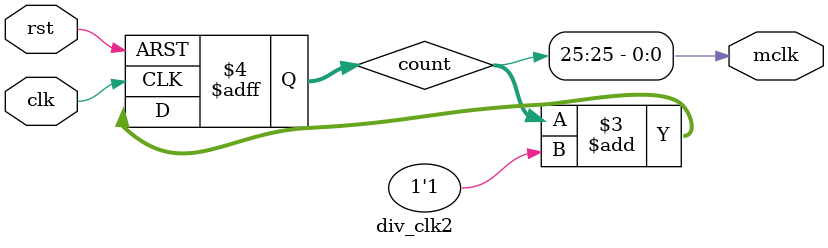
<source format=v>
`timescale 1ns / 1ps
module div_clk2(
	input clk, rst, 
	output mclk
);
reg [25:0]count;
assign mclk = count[25];
always@(posedge clk or negedge rst)
begin
	if(!rst)	count <= 26'b0;
	else	count <= count + 1'b1;
end

endmodule

</source>
